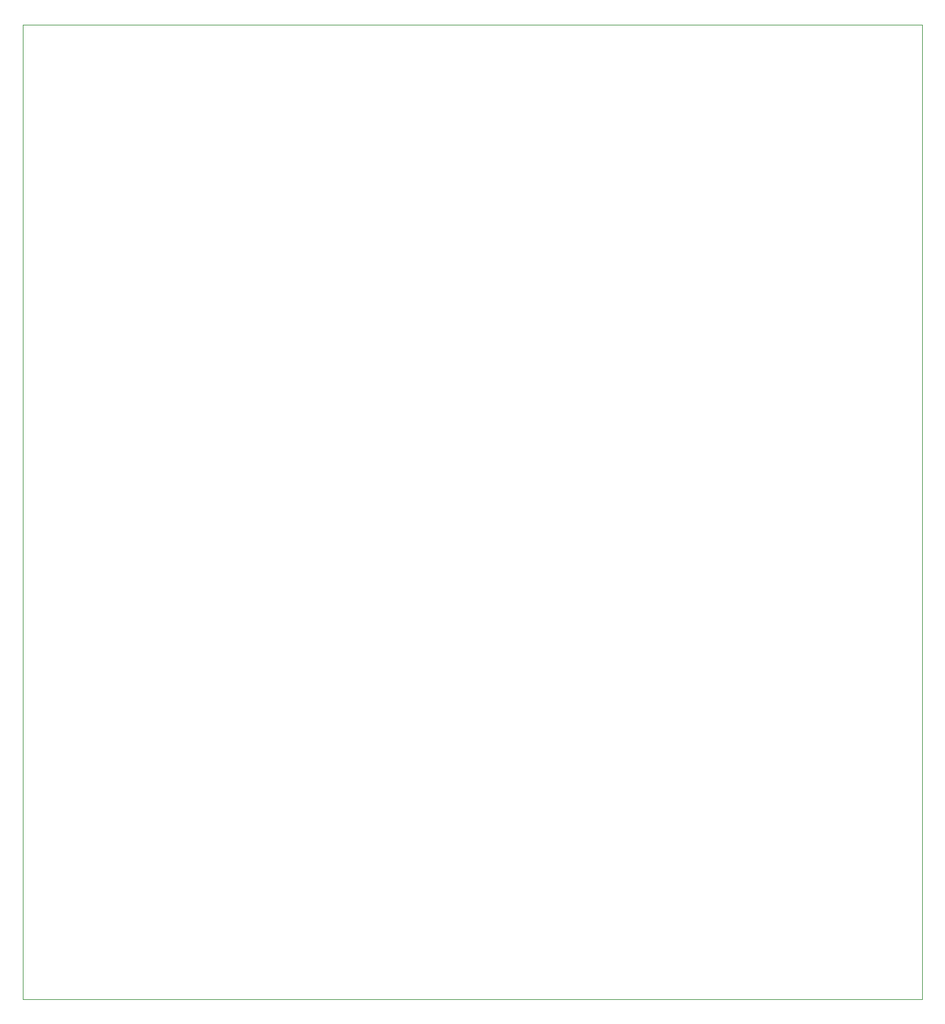
<source format=gbr>
%TF.GenerationSoftware,KiCad,Pcbnew,(5.1.9)-1*%
%TF.CreationDate,2022-02-08T11:22:36-08:00*%
%TF.ProjectId,controller_board,636f6e74-726f-46c6-9c65-725f626f6172,rev?*%
%TF.SameCoordinates,Original*%
%TF.FileFunction,Profile,NP*%
%FSLAX46Y46*%
G04 Gerber Fmt 4.6, Leading zero omitted, Abs format (unit mm)*
G04 Created by KiCad (PCBNEW (5.1.9)-1) date 2022-02-08 11:22:36*
%MOMM*%
%LPD*%
G01*
G04 APERTURE LIST*
%TA.AperFunction,Profile*%
%ADD10C,0.050000*%
%TD*%
G04 APERTURE END LIST*
D10*
X150000000Y-60000000D02*
X30000000Y-60000000D01*
X150000000Y-190000000D02*
X150000000Y-60000000D01*
X30000000Y-190000000D02*
X150000000Y-190000000D01*
X30000000Y-60000000D02*
X30000000Y-190000000D01*
M02*

</source>
